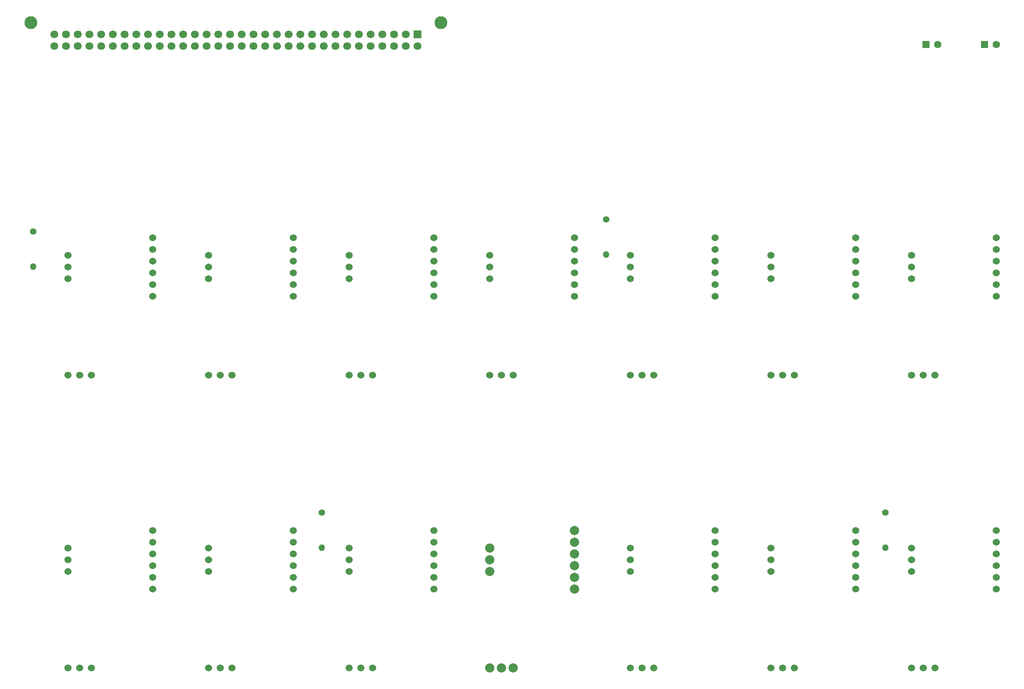
<source format=gbr>
G04 #@! TF.GenerationSoftware,KiCad,Pcbnew,(5.0.0)*
G04 #@! TF.CreationDate,2019-11-22T19:44:57+00:00*
G04 #@! TF.ProjectId,A-FP,412D46502E6B696361645F7063620000,rev?*
G04 #@! TF.SameCoordinates,Original*
G04 #@! TF.FileFunction,Soldermask,Bot*
G04 #@! TF.FilePolarity,Negative*
%FSLAX46Y46*%
G04 Gerber Fmt 4.6, Leading zero omitted, Abs format (unit mm)*
G04 Created by KiCad (PCBNEW (5.0.0)) date 11/22/19 19:44:57*
%MOMM*%
%LPD*%
G01*
G04 APERTURE LIST*
%ADD10R,1.600000X1.600000*%
%ADD11C,1.600000*%
%ADD12R,1.700000X1.700000*%
%ADD13C,1.700000*%
%ADD14C,2.800000*%
%ADD15C,1.524000*%
%ADD16C,1.400000*%
%ADD17O,1.400000X1.400000*%
%ADD18C,2.000000*%
G04 APERTURE END LIST*
D10*
G04 #@! TO.C,C1*
X228600000Y-33020000D03*
D11*
X231100000Y-33020000D03*
G04 #@! TD*
G04 #@! TO.C,C2*
X243800000Y-33020000D03*
D10*
X241300000Y-33020000D03*
G04 #@! TD*
D12*
G04 #@! TO.C,J1*
X118345000Y-30861000D03*
D13*
X118345000Y-33401000D03*
X115805000Y-30861000D03*
X115805000Y-33401000D03*
X113265000Y-30861000D03*
X113265000Y-33401000D03*
X110725000Y-30861000D03*
X110725000Y-33401000D03*
X108185000Y-30861000D03*
X108185000Y-33401000D03*
X105645000Y-30861000D03*
X105645000Y-33401000D03*
X103105000Y-30861000D03*
X103105000Y-33401000D03*
X100565000Y-30861000D03*
X100565000Y-33401000D03*
X98025000Y-30861000D03*
X98025000Y-33401000D03*
X95485000Y-30861000D03*
X95485000Y-33401000D03*
X92945000Y-30861000D03*
X92945000Y-33401000D03*
X90405000Y-30861000D03*
X90405000Y-33401000D03*
X87865000Y-30861000D03*
X87865000Y-33401000D03*
X85325000Y-30861000D03*
X85325000Y-33401000D03*
X82785000Y-30861000D03*
X82785000Y-33401000D03*
X80245000Y-30861000D03*
X80245000Y-33401000D03*
X77705000Y-30861000D03*
X77705000Y-33401000D03*
X75165000Y-30861000D03*
X75165000Y-33401000D03*
X72625000Y-30861000D03*
X72625000Y-33401000D03*
X70085000Y-30861000D03*
X70085000Y-33401000D03*
X67545000Y-30861000D03*
X67545000Y-33401000D03*
X65005000Y-30861000D03*
X65005000Y-33401000D03*
X62465000Y-30861000D03*
X62465000Y-33401000D03*
X59925000Y-30861000D03*
X59925000Y-33401000D03*
X57385000Y-30861000D03*
X57385000Y-33401000D03*
X54845000Y-30861000D03*
X54845000Y-33401000D03*
X52305000Y-30861000D03*
X52305000Y-33401000D03*
X49765000Y-30861000D03*
X49765000Y-33401000D03*
X47225000Y-30861000D03*
X47225000Y-33401000D03*
X44685000Y-30861000D03*
X44685000Y-33401000D03*
X42145000Y-30861000D03*
X42145000Y-33401000D03*
X39605000Y-30861000D03*
X39605000Y-33401000D03*
D14*
X123425000Y-28321000D03*
X34525000Y-28321000D03*
G04 #@! TD*
D15*
G04 #@! TO.C,U1*
X225425000Y-168275000D03*
X227965000Y-168275000D03*
X230505000Y-168275000D03*
X243840000Y-151130000D03*
X243840000Y-148590000D03*
X243840000Y-146050000D03*
X243840000Y-143510000D03*
X243840000Y-140970000D03*
X243840000Y-138430000D03*
X225425000Y-147320000D03*
X225425000Y-144780000D03*
X225425000Y-142240000D03*
G04 #@! TD*
G04 #@! TO.C,U3*
X164465000Y-142240000D03*
X164465000Y-144780000D03*
X164465000Y-147320000D03*
X182880000Y-138430000D03*
X182880000Y-140970000D03*
X182880000Y-143510000D03*
X182880000Y-146050000D03*
X182880000Y-148590000D03*
X182880000Y-151130000D03*
X169545000Y-168275000D03*
X167005000Y-168275000D03*
X164465000Y-168275000D03*
G04 #@! TD*
G04 #@! TO.C,U5*
X103505000Y-142240000D03*
X103505000Y-144780000D03*
X103505000Y-147320000D03*
X121920000Y-138430000D03*
X121920000Y-140970000D03*
X121920000Y-143510000D03*
X121920000Y-146050000D03*
X121920000Y-148590000D03*
X121920000Y-151130000D03*
X108585000Y-168275000D03*
X106045000Y-168275000D03*
X103505000Y-168275000D03*
G04 #@! TD*
G04 #@! TO.C,U7*
X42545000Y-142240000D03*
X42545000Y-144780000D03*
X42545000Y-147320000D03*
X60960000Y-138430000D03*
X60960000Y-140970000D03*
X60960000Y-143510000D03*
X60960000Y-146050000D03*
X60960000Y-148590000D03*
X60960000Y-151130000D03*
X47625000Y-168275000D03*
X45085000Y-168275000D03*
X42545000Y-168275000D03*
G04 #@! TD*
G04 #@! TO.C,U8*
X225425000Y-104775000D03*
X227965000Y-104775000D03*
X230505000Y-104775000D03*
X243840000Y-87630000D03*
X243840000Y-85090000D03*
X243840000Y-82550000D03*
X243840000Y-80010000D03*
X243840000Y-77470000D03*
X243840000Y-74930000D03*
X225425000Y-83820000D03*
X225425000Y-81280000D03*
X225425000Y-78740000D03*
G04 #@! TD*
G04 #@! TO.C,U10*
X164465000Y-78740000D03*
X164465000Y-81280000D03*
X164465000Y-83820000D03*
X182880000Y-74930000D03*
X182880000Y-77470000D03*
X182880000Y-80010000D03*
X182880000Y-82550000D03*
X182880000Y-85090000D03*
X182880000Y-87630000D03*
X169545000Y-104775000D03*
X167005000Y-104775000D03*
X164465000Y-104775000D03*
G04 #@! TD*
G04 #@! TO.C,U12*
X103505000Y-104775000D03*
X106045000Y-104775000D03*
X108585000Y-104775000D03*
X121920000Y-87630000D03*
X121920000Y-85090000D03*
X121920000Y-82550000D03*
X121920000Y-80010000D03*
X121920000Y-77470000D03*
X121920000Y-74930000D03*
X103505000Y-83820000D03*
X103505000Y-81280000D03*
X103505000Y-78740000D03*
G04 #@! TD*
G04 #@! TO.C,U14*
X42545000Y-104775000D03*
X45085000Y-104775000D03*
X47625000Y-104775000D03*
X60960000Y-87630000D03*
X60960000Y-85090000D03*
X60960000Y-82550000D03*
X60960000Y-80010000D03*
X60960000Y-77470000D03*
X60960000Y-74930000D03*
X42545000Y-83820000D03*
X42545000Y-81280000D03*
X42545000Y-78740000D03*
G04 #@! TD*
D16*
G04 #@! TO.C,R1*
X159200000Y-71000000D03*
D17*
X159200000Y-78620000D03*
G04 #@! TD*
G04 #@! TO.C,R2*
X219800000Y-142220000D03*
D16*
X219800000Y-134600000D03*
G04 #@! TD*
D17*
G04 #@! TO.C,R3*
X35000000Y-81220000D03*
D16*
X35000000Y-73600000D03*
G04 #@! TD*
G04 #@! TO.C,R4*
X97600000Y-134600000D03*
D17*
X97600000Y-142220000D03*
G04 #@! TD*
D15*
G04 #@! TO.C,U2*
X194945000Y-142240000D03*
X194945000Y-144780000D03*
X194945000Y-147320000D03*
X213360000Y-138430000D03*
X213360000Y-140970000D03*
X213360000Y-143510000D03*
X213360000Y-146050000D03*
X213360000Y-148590000D03*
X213360000Y-151130000D03*
X200025000Y-168275000D03*
X197485000Y-168275000D03*
X194945000Y-168275000D03*
G04 #@! TD*
G04 #@! TO.C,U6*
X73025000Y-142240000D03*
X73025000Y-144780000D03*
X73025000Y-147320000D03*
X91440000Y-138430000D03*
X91440000Y-140970000D03*
X91440000Y-143510000D03*
X91440000Y-146050000D03*
X91440000Y-148590000D03*
X91440000Y-151130000D03*
X78105000Y-168275000D03*
X75565000Y-168275000D03*
X73025000Y-168275000D03*
G04 #@! TD*
G04 #@! TO.C,U9*
X194945000Y-104775000D03*
X197485000Y-104775000D03*
X200025000Y-104775000D03*
X213360000Y-87630000D03*
X213360000Y-85090000D03*
X213360000Y-82550000D03*
X213360000Y-80010000D03*
X213360000Y-77470000D03*
X213360000Y-74930000D03*
X194945000Y-83820000D03*
X194945000Y-81280000D03*
X194945000Y-78740000D03*
G04 #@! TD*
G04 #@! TO.C,U11*
X133985000Y-104775000D03*
X136525000Y-104775000D03*
X139065000Y-104775000D03*
X152400000Y-87630000D03*
X152400000Y-85090000D03*
X152400000Y-82550000D03*
X152400000Y-80010000D03*
X152400000Y-77470000D03*
X152400000Y-74930000D03*
X133985000Y-83820000D03*
X133985000Y-81280000D03*
X133985000Y-78740000D03*
G04 #@! TD*
G04 #@! TO.C,U13*
X73025000Y-104775000D03*
X75565000Y-104775000D03*
X78105000Y-104775000D03*
X91440000Y-87630000D03*
X91440000Y-85090000D03*
X91440000Y-82550000D03*
X91440000Y-80010000D03*
X91440000Y-77470000D03*
X91440000Y-74930000D03*
X73025000Y-83820000D03*
X73025000Y-81280000D03*
X73025000Y-78740000D03*
G04 #@! TD*
D18*
G04 #@! TO.C,U4*
X133985000Y-168275000D03*
X136525000Y-168275000D03*
X139065000Y-168275000D03*
X152400000Y-151130000D03*
X152400000Y-148590000D03*
X152400000Y-146050000D03*
X152400000Y-143510000D03*
X152400000Y-140970000D03*
X152400000Y-138430000D03*
X133985000Y-147320000D03*
X133985000Y-144780000D03*
X133985000Y-142240000D03*
G04 #@! TD*
M02*

</source>
